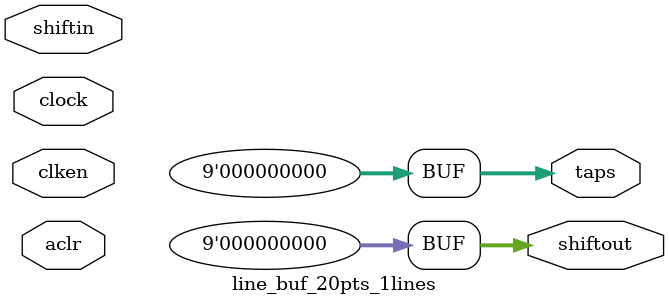
<source format=v>
module line_buf_20pts_1lines(	// file.cleaned.mlir:2:3
  input        aclr,	// file.cleaned.mlir:2:39
               clken,	// file.cleaned.mlir:2:54
               clock,	// file.cleaned.mlir:2:70
  input  [8:0] shiftin,	// file.cleaned.mlir:2:86
  output [8:0] shiftout,	// file.cleaned.mlir:2:105
               taps	// file.cleaned.mlir:2:124
);

  assign shiftout = 9'h0;	// file.cleaned.mlir:3:14, :4:5
  assign taps = 9'h0;	// file.cleaned.mlir:3:14, :4:5
endmodule


</source>
